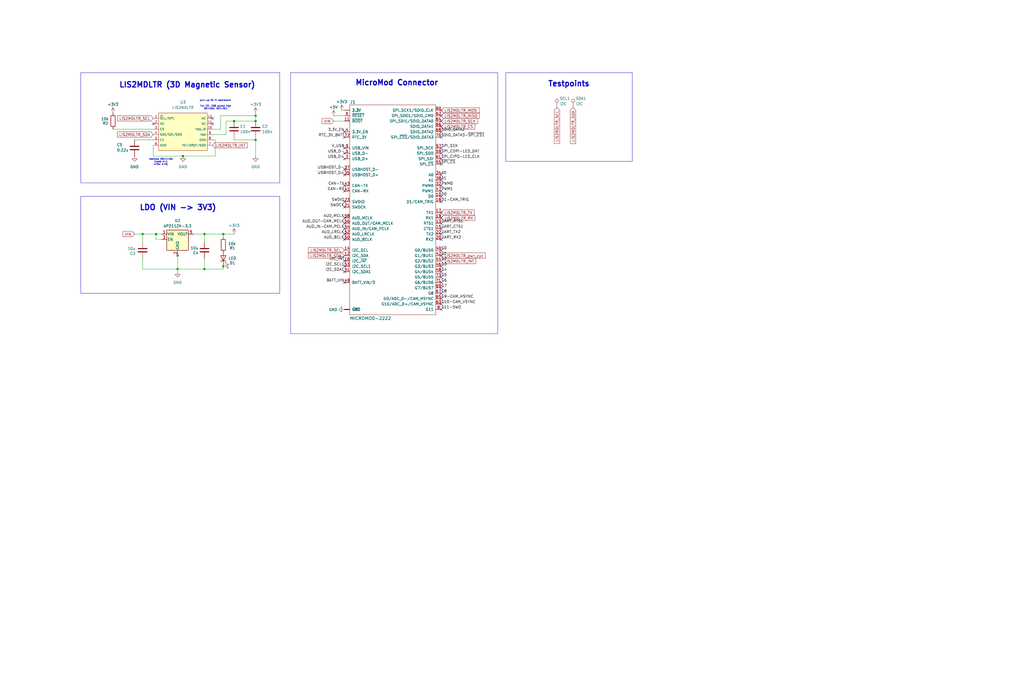
<source format=kicad_sch>
(kicad_sch (version 20250114) (generator "eeschema") (generator_version "9.0")
  (paper "User" 483.387 319.227)
  (lib_symbols
    (symbol "Connector:TestPoint" (pin_numbers (hide yes)) (pin_names (offset 0.762) (hide yes))
      (property "Reference" "TP" (at 0 6.858 0))
      (property "Value" "TestPoint" (at 0 5.08 0))
      (symbol "TestPoint_0_1"
        (circle (center 0 3.302) (radius 0.762))
      )
      (symbol "TestPoint_1_1"
        (pin passive line (at 0 0 90) (length 2.54) (name "1") (number "1"))
      )
    )
    (symbol "Device:C" (pin_numbers (hide yes)) (pin_names (offset 0.254))
      (property "Reference" "C" (at 0.635 2.54 0))
      (property "Value" "C" (at 0.635 -2.54 0))
      (symbol "C_0_1"
        (polyline (pts (xy -2.032 0.762) (xy 2.032 0.762)) (stroke (width 0.508)))
        (polyline (pts (xy -2.032 -0.762) (xy 2.032 -0.762)) (stroke (width 0.508)))
      )
      (symbol "C_1_1"
        (pin passive line (at 0 3.81 270) (length 2.794) (name "~") (number "1"))
        (pin passive line (at 0 -3.81 90) (length 2.794) (name "~") (number "2"))
      )
    )
    (symbol "Device:LED" (pin_numbers (hide yes)) (pin_names (offset 1.016) (hide yes))
      (property "Reference" "D" (at 0 2.54 0))
      (property "Value" "LED" (at 0 -2.54 0))
      (symbol "LED_0_1"
        (polyline (pts (xy -3.048 -0.762) (xy -4.572 -2.286) (xy -3.81 -2.286) (xy -4.572 -2.286) (xy -4.572 -1.524)))
        (polyline (pts (xy -1.778 -0.762) (xy -3.302 -2.286) (xy -2.54 -2.286) (xy -3.302 -2.286) (xy -3.302 -1.524)))
        (polyline (pts (xy -1.27 0) (xy 1.27 0)))
        (polyline (pts (xy -1.27 -1.27) (xy -1.27 1.27)) (stroke (width 0.254)))
        (polyline (pts (xy 1.27 -1.27) (xy 1.27 1.27) (xy -1.27 0) (xy 1.27 -1.27)) (stroke (width 0.254)))
      )
      (symbol "LED_1_1"
        (pin passive line (at -3.81 0 0) (length 2.54) (name "K") (number "1"))
        (pin passive line (at 3.81 0 180) (length 2.54) (name "A") (number "2"))
      )
    )
    (symbol "Device:R" (pin_numbers (hide yes)) (pin_names (offset 0))
      (property "Reference" "R" (at 2.032 0 90))
      (property "Value" "R" (at 0 0 90))
      (symbol "R_0_1"
        (rectangle (start -1.016 -2.54) (end 1.016 2.54) (stroke (width 0.254)))
      )
      (symbol "R_1_1"
        (pin passive line (at 0 3.81 270) (length 1.27) (name "~") (number "1"))
        (pin passive line (at 0 -3.81 90) (length 1.27) (name "~") (number "2"))
      )
    )
    (symbol "LIS2MDLTR:LIS2MDLTR"
      (property "Reference" "U3" (at 0 13.97 0))
      (property "Value" "LIS2MDLTR" (at 0 11.43 0))
      (symbol "LIS2MDLTR_0_1"
        (rectangle (start -11.43 8.89) (end 11.43 -8.89) (fill (type background)))
        (circle (center -10.16 7.62) (radius 0.381) (fill (type background)))
        (pin unspecified line (at -13.97 6.35 0) (length 2.54) (name "SCL/SPC") (number "1"))
        (pin unspecified line (at -13.97 3.81 0) (length 2.54) (name "NC") (number "2"))
        (pin unspecified line (at -13.97 1.27 0) (length 2.54) (name "CS") (number "3"))
        (pin unspecified line (at -13.97 -1.27 0) (length 2.54) (name "SDA/SDI/SDO") (number "4"))
        (pin unspecified line (at -13.97 -3.81 0) (length 2.54) (name "C1") (number "5"))
        (pin unspecified line (at -13.97 -6.35 0) (length 2.54) (name "GND") (number "6"))
        (pin unspecified line (at 13.97 6.35 180) (length 2.54) (name "NC") (number "12"))
        (pin unspecified line (at 13.97 3.81 180) (length 2.54) (name "NC") (number "11"))
        (pin unspecified line (at 13.97 1.27 180) (length 2.54) (name "Vdd_IO") (number "10"))
        (pin unspecified line (at 13.97 -1.27 180) (length 2.54) (name "Vdd") (number "9"))
        (pin unspecified line (at 13.97 -3.81 180) (length 2.54) (name "GND") (number "8"))
        (pin unspecified line (at 13.97 -6.35 180) (length 2.54) (name "INT/DRDY/SDO") (number "7"))
      )
    )
    (symbol "MicroMod_Processor_Board_(2):MICROMOD-2222" (pin_names (offset 1.016))
      (property "Reference" "J" (at -20.32 53.848 0))
      (property "Value" "MICROMOD-2222" (at -20.32 -48.26 0))
      (symbol "MICROMOD-2222_1_0"
        (polyline (pts (xy -20.32 53.34) (xy 20.32 53.34)))
        (polyline (pts (xy -20.32 -45.72) (xy -20.32 53.34)))
        (polyline (pts (xy 20.32 53.34) (xy 20.32 -45.72)))
        (polyline (pts (xy 20.32 -45.72) (xy -20.32 -45.72)))
        (pin bidirectional line (at -22.86 50.8 0) (length 2.54) (name "3.3V") (number "2"))
        (pin bidirectional line (at -22.86 50.8 0) (length 2.54) (name "3.3V") (number "74"))
        (pin bidirectional line (at -22.86 48.26 0) (length 2.54) (name "~{RESET}") (number "6"))
        (pin bidirectional line (at -22.86 45.72 0) (length 2.54) (name "~{BOOT}") (number "11"))
        (pin bidirectional line (at -22.86 40.64 0) (length 2.54) (name "3.3V_EN") (number "4"))
        (pin bidirectional line (at -22.86 38.1 0) (length 2.54) (name "RTC_3V") (number "72"))
        (pin bidirectional line (at -22.86 33.02 0) (length 2.54) (name "USB_VIN") (number "9"))
        (pin bidirectional line (at -22.86 30.48 0) (length 2.54) (name "USB_D-") (number "5"))
        (pin bidirectional line (at -22.86 27.94 0) (length 2.54) (name "USB_D+") (number "3"))
        (pin bidirectional line (at -22.86 22.86 0) (length 2.54) (name "USBHOST_D-") (number "37"))
        (pin bidirectional line (at -22.86 20.32 0) (length 2.54) (name "USBHOST_D+") (number "35"))
        (pin bidirectional line (at -22.86 15.24 0) (length 2.54) (name "CAN-TX") (number "43"))
        (pin bidirectional line (at -22.86 12.7 0) (length 2.54) (name "CAN-RX") (number "41"))
        (pin bidirectional line (at -22.86 7.62 0) (length 2.54) (name "SWDIO") (number "23"))
        (pin bidirectional line (at -22.86 5.08 0) (length 2.54) (name "SWDCK") (number "21"))
        (pin bidirectional line (at -22.86 0 0) (length 2.54) (name "AUD_MCLK") (number "58"))
        (pin bidirectional line (at -22.86 -2.54 0) (length 2.54) (name "AUD_OUT/CAM_MCLK") (number "56"))
        (pin bidirectional line (at -22.86 -5.08 0) (length 2.54) (name "AUD_IN/CAM_PCLK") (number "54"))
        (pin bidirectional line (at -22.86 -7.62 0) (length 2.54) (name "AUD_LRCLK") (number "52"))
        (pin bidirectional line (at -22.86 -10.16 0) (length 2.54) (name "AUD_BCLK") (number "50"))
        (pin bidirectional line (at -22.86 -15.24 0) (length 2.54) (name "I2C_SCL") (number "14"))
        (pin bidirectional line (at -22.86 -17.78 0) (length 2.54) (name "I2C_SDA") (number "12"))
        (pin bidirectional line (at -22.86 -20.32 0) (length 2.54) (name "I2C_~{INT}") (number "16"))
        (pin bidirectional line (at -22.86 -22.86 0) (length 2.54) (name "I2C_SCL1") (number "53"))
        (pin bidirectional line (at -22.86 -25.4 0) (length 2.54) (name "I2C_SDA1") (number "51"))
        (pin bidirectional line (at -22.86 -30.48 0) (length 2.54) (name "BATT_VIN/3") (number "49"))
        (pin bidirectional line (at -22.86 -43.18 0) (length 2.54) (name "GND") (number "1"))
        (pin bidirectional line (at -22.86 -43.18 0) (length 2.54) (name "GND") (number "33"))
        (pin bidirectional line (at -22.86 -43.18 0) (length 2.54) (name "GND") (number "36"))
        (pin bidirectional line (at -22.86 -43.18 0) (length 2.54) (name "GND") (number "39"))
        (pin bidirectional line (at -22.86 -43.18 0) (length 2.54) (name "GND") (number "45"))
        (pin bidirectional line (at -22.86 -43.18 0) (length 2.54) (name "GND") (number "7"))
        (pin bidirectional line (at -22.86 -43.18 0) (length 2.54) (name "GND") (number "75"))
        (pin bidirectional line (at -22.86 -43.18 0) (length 2.54) (name "GND") (number "GND1"))
        (pin bidirectional line (at -22.86 -43.18 0) (length 2.54) (name "GND") (number "GND2"))
        (pin bidirectional line (at -22.86 -43.18 0) (length 2.54) (name "GND") (number "GND3"))
        (pin bidirectional line (at 22.86 50.8 180) (length 2.54) (name "SPI_SCK1/SDIO_CLK") (number "60"))
        (pin bidirectional line (at 22.86 48.26 180) (length 2.54) (name "SPI_SDO1/SDIO_CMD") (number "62"))
        (pin bidirectional line (at 22.86 45.72 180) (length 2.54) (name "SPI_SDI1/SDIO_DATA0") (number "64"))
        (pin bidirectional line (at 22.86 43.18 180) (length 2.54) (name "SDIO_DATA1") (number "66"))
        (pin bidirectional line (at 22.86 40.64 180) (length 2.54) (name "SDIO_DATA2") (number "68"))
        (pin bidirectional line (at 22.86 38.1 180) (length 2.54) (name "SPI_~{CS1}/SDIO_DATA3") (number "70"))
        (pin bidirectional line (at 22.86 33.02 180) (length 2.54) (name "SPI_SCK") (number "57"))
        (pin bidirectional line (at 22.86 30.48 180) (length 2.54) (name "SPI_SDO") (number "59"))
        (pin bidirectional line (at 22.86 27.94 180) (length 2.54) (name "SPI_SDI") (number "61"))
        (pin bidirectional line (at 22.86 25.4 180) (length 2.54) (name "SPI_~{CS}") (number "55"))
        (pin bidirectional line (at 22.86 20.32 180) (length 2.54) (name "A0") (number "34"))
        (pin bidirectional line (at 22.86 17.78 180) (length 2.54) (name "A1") (number "38"))
        (pin bidirectional line (at 22.86 15.24 180) (length 2.54) (name "PWM0") (number "32"))
        (pin bidirectional line (at 22.86 12.7 180) (length 2.54) (name "PWM1") (number "47"))
        (pin bidirectional line (at 22.86 10.16 180) (length 2.54) (name "D0") (number "10"))
        (pin bidirectional line (at 22.86 7.62 180) (length 2.54) (name "D1/CAM_TRIG") (number "18"))
        (pin bidirectional line (at 22.86 2.54 180) (length 2.54) (name "TX1") (number "17"))
        (pin bidirectional line (at 22.86 0 180) (length 2.54) (name "RX1") (number "19"))
        (pin bidirectional line (at 22.86 -2.54 180) (length 2.54) (name "RTS1") (number "13"))
        (pin bidirectional line (at 22.86 -5.08 180) (length 2.54) (name "CTS1") (number "15"))
        (pin bidirectional line (at 22.86 -7.62 180) (length 2.54) (name "TX2") (number "22"))
        (pin bidirectional line (at 22.86 -10.16 180) (length 2.54) (name "RX2") (number "20"))
        (pin bidirectional line (at 22.86 -15.24 180) (length 2.54) (name "G0/BUS0") (number "40"))
        (pin bidirectional line (at 22.86 -17.78 180) (length 2.54) (name "G1/BUS1") (number "42"))
        (pin bidirectional line (at 22.86 -20.32 180) (length 2.54) (name "G2/BUS2") (number "44"))
        (pin bidirectional line (at 22.86 -22.86 180) (length 2.54) (name "G3/BUS3") (number "46"))
        (pin bidirectional line (at 22.86 -25.4 180) (length 2.54) (name "G4/BUS4") (number "48"))
        (pin bidirectional line (at 22.86 -27.94 180) (length 2.54) (name "G5/BUS5") (number "73"))
        (pin bidirectional line (at 22.86 -30.48 180) (length 2.54) (name "G6/BUS6") (number "71"))
        (pin bidirectional line (at 22.86 -33.02 180) (length 2.54) (name "G7/BUS7") (number "69"))
        (pin bidirectional line (at 22.86 -35.56 180) (length 2.54) (name "G8") (number "67"))
        (pin bidirectional line (at 22.86 -38.1 180) (length 2.54) (name "G9/ADC_D-/CAM_HSYNC") (number "65"))
        (pin bidirectional line (at 22.86 -40.64 180) (length 2.54) (name "G10/ADC_D+/CAM_VSYNC") (number "63"))
        (pin bidirectional line (at 22.86 -43.18 180) (length 2.54) (name "G11") (number "8"))
      )
    )
    (symbol "Regulator_Linear:AP2112K-3.3" (pin_names (offset 0.254))
      (property "Reference" "U" (at -5.08 5.715 0))
      (property "Value" "AP2112K-3.3" (at 0 5.715 0))
      (symbol "AP2112K-3.3_0_1"
        (rectangle (start -5.08 4.445) (end 5.08 -5.08) (stroke (width 0.254)) (fill (type background)))
      )
      (symbol "AP2112K-3.3_1_1"
        (pin power_in line (at -7.62 2.54 0) (length 2.54) (name "VIN") (number "1"))
        (pin input line (at -7.62 0 0) (length 2.54) (name "EN") (number "3"))
        (pin power_in line (at 0 -7.62 90) (length 2.54) (name "GND") (number "2"))
        (pin no_connect line (at 5.08 0 180) (length 2.54) (hide yes) (name "NC") (number "4"))
        (pin power_out line (at 7.62 2.54 180) (length 2.54) (name "VOUT") (number "5"))
      )
    )
    (symbol "power:+3V3" (power) (pin_numbers (hide yes)) (pin_names (offset 0) (hide yes))
      (property "Value" "+3V3" (at 0 3.556 0))
      (symbol "+3V3_0_1"
        (polyline (pts (xy -0.762 1.27) (xy 0 2.54)))
        (polyline (pts (xy 0 2.54) (xy 0.762 1.27)))
        (polyline (pts (xy 0 0) (xy 0 2.54)))
      )
      (symbol "+3V3_1_1"
        (pin power_in line (at 0 0 90) (length 0) (name "~") (number "1"))
      )
    )
    (symbol "power:GND" (power) (pin_numbers (hide yes)) (pin_names (offset 0) (hide yes))
      (property "Value" "GND" (at 0 -3.81 0))
      (symbol "GND_0_1"
        (polyline (pts (xy 0 0) (xy 0 -1.27) (xy 1.27 -1.27) (xy 0 -2.54) (xy -1.27 -1.27) (xy 0 -1.27)))
      )
      (symbol "GND_1_1"
        (pin power_in line (at 0 0 270) (length 0) (name "~") (number "1"))
      )
    )
  )
  (rectangle (start 38.1 34.29) (end 132.08 86.36))
  (rectangle (start 137.16 34.29) (end 234.95 157.48))
  (rectangle (start 238.76 34.29) (end 298.45 76.2))
  (rectangle (start 38.1 92.71) (end 132.08 138.43))
  (text "pull-up Rs in backboard" (at 101.6 47.498 0) (effects (font (size 0.762 0.762))))
  (text "LDO (VIN -> 3V3)" (at 65.786 99.568 0) (effects (font (size 2.54 2.54) (thickness 0.508) (bold yes)) (justify left bottom)))
  (text "Address: 0011110b\n(read: b=1\nwrite: b=0)" (at 75.946 76.454 0) (effects (font (size 0.762 0.762))))
  (text "MicroMod Connector" (at 167.64 40.64 0) (effects (font (size 2.54 2.54) (thickness 0.508) (bold yes)) (justify left bottom)))
  (text "LIS2MDLTR (3D Magnetic Sensor)" (at 56.134 41.656 0) (effects (font (size 2.54 2.54) (thickness 0.508) (bold yes)) (justify left bottom)))
  (text "For I2C, CSB pulled high\nSDI=SDA, SCK=SCL" (at 101.854 50.8 0) (effects (font (size 0.762 0.762))))
  (text "Testpoints" (at 258.572 41.148 0) (effects (font (size 2.54 2.54) (thickness 0.508) (bold yes)) (justify left bottom)))
  (junction (at 120.65 66.04))
  (junction (at 83.82 127))
  (junction (at 73.66 110.49))
  (junction (at 96.52 127))
  (junction (at 67.31 110.49))
  (junction (at 105.41 125.73))
  (junction (at 120.65 57.15))
  (junction (at 105.41 110.49))
  (junction (at 83.82 120.65))
  (junction (at 86.36 73.66))
  (junction (at 120.65 54.61))
  (junction (at 110.49 57.15))
  (junction (at 96.52 110.49))
  (no_connect (at 208.28 62.23))
  (no_connect (at 208.28 135.89))
  (no_connect (at 72.39 58.42))
  (no_connect (at 208.28 90.17))
  (no_connect (at 208.28 69.85))
  (no_connect (at 208.28 138.43))
  (no_connect (at 208.28 120.65))
  (no_connect (at 208.28 77.47))
  (no_connect (at 208.28 92.71))
  (no_connect (at 208.28 143.51))
  (no_connect (at 208.28 64.77))
  (no_connect (at 208.28 74.93))
  (no_connect (at 162.56 82.55))
  (no_connect (at 162.56 97.79))
  (no_connect (at 162.56 110.49))
  (no_connect (at 208.28 105.41))
  (no_connect (at 208.28 107.95))
  (no_connect (at 162.56 90.17))
  (no_connect (at 162.56 62.23))
  (no_connect (at 208.28 140.97))
  (no_connect (at 208.28 125.73))
  (no_connect (at 208.28 82.55))
  (no_connect (at 162.56 95.25))
  (no_connect (at 208.28 100.33))
  (no_connect (at 100.33 58.42))
  (no_connect (at 208.28 130.81))
  (no_connect (at 162.56 133.35))
  (no_connect (at 162.56 87.63))
  (no_connect (at 162.56 72.39))
  (no_connect (at 162.56 69.85))
  (no_connect (at 208.28 85.09))
  (no_connect (at 208.28 113.03))
  (no_connect (at 162.56 113.03))
  (no_connect (at 208.28 118.11))
  (no_connect (at 100.33 55.88))
  (no_connect (at 208.28 102.87))
  (no_connect (at 162.56 128.27))
  (no_connect (at 208.28 57.15))
  (no_connect (at 208.28 87.63))
  (no_connect (at 162.56 107.95))
  (no_connect (at 162.56 105.41))
  (no_connect (at 162.56 74.93))
  (no_connect (at 208.28 95.25))
  (no_connect (at 162.56 125.73))
  (no_connect (at 208.28 110.49))
  (no_connect (at 208.28 54.61))
  (no_connect (at 208.28 52.07))
  (no_connect (at 208.28 146.05))
  (no_connect (at 162.56 80.01))
  (no_connect (at 208.28 72.39))
  (no_connect (at 208.28 133.35))
  (no_connect (at 208.28 59.69))
  (no_connect (at 208.28 128.27))
  (no_connect (at 162.56 123.19))
  (no_connect (at 162.56 64.77))
  (no_connect (at 162.56 102.87))
  (wire (pts (xy 63.5 110.49) (xy 67.31 110.49)))
  (wire (pts (xy 67.31 121.92) (xy 67.31 127)))
  (wire (pts (xy 101.6 66.04) (xy 100.33 66.04)))
  (wire (pts (xy 105.41 110.49) (xy 110.49 110.49)))
  (wire (pts (xy 120.65 66.04) (xy 120.65 73.66)))
  (wire (pts (xy 86.36 73.66) (xy 101.6 73.66)))
  (wire (pts (xy 96.52 114.3) (xy 96.52 110.49)))
  (wire (pts (xy 105.41 111.76) (xy 105.41 110.49)))
  (wire (pts (xy 161.29 52.07) (xy 162.56 52.07)))
  (wire (pts (xy 73.66 110.49) (xy 76.2 110.49)))
  (wire (pts (xy 86.36 73.66) (xy 72.39 73.66)))
  (wire (pts (xy 105.41 124.46) (xy 105.41 125.73)))
  (wire (pts (xy 83.82 128.27) (xy 83.82 127)))
  (wire (pts (xy 104.14 54.61) (xy 120.65 54.61)))
  (wire (pts (xy 105.41 118.11) (xy 105.41 119.38)))
  (wire (pts (xy 67.31 127) (xy 83.82 127)))
  (wire (pts (xy 120.65 64.77) (xy 120.65 66.04)))
  (wire (pts (xy 100.33 63.5) (xy 106.68 63.5)))
  (wire (pts (xy 96.52 121.92) (xy 96.52 127)))
  (wire (pts (xy 105.41 127) (xy 96.52 127)))
  (wire (pts (xy 101.6 73.66) (xy 101.6 66.04)))
  (wire (pts (xy 96.52 127) (xy 83.82 127)))
  (wire (pts (xy 72.39 73.66) (xy 72.39 68.58)))
  (wire (pts (xy 120.65 53.34) (xy 120.65 54.61)))
  (wire (pts (xy 53.34 60.96) (xy 72.39 60.96)))
  (wire (pts (xy 120.65 57.15) (xy 120.65 59.69)))
  (wire (pts (xy 110.49 66.04) (xy 120.65 66.04)))
  (wire (pts (xy 110.49 57.15) (xy 120.65 57.15)))
  (wire (pts (xy 67.31 110.49) (xy 73.66 110.49)))
  (wire (pts (xy 100.33 60.96) (xy 104.14 60.96)))
  (wire (pts (xy 110.49 57.15) (xy 110.49 59.69)))
  (wire (pts (xy 105.41 125.73) (xy 105.41 127)))
  (wire (pts (xy 106.68 63.5) (xy 106.68 57.15)))
  (wire (pts (xy 73.66 113.03) (xy 73.66 110.49)))
  (wire (pts (xy 76.2 113.03) (xy 73.66 113.03)))
  (wire (pts (xy 67.31 114.3) (xy 67.31 110.49)))
  (wire (pts (xy 83.82 119.38) (xy 83.82 120.65)))
  (wire (pts (xy 120.65 54.61) (xy 120.65 57.15)))
  (wire (pts (xy 63.5 66.04) (xy 72.39 66.04)))
  (wire (pts (xy 157.48 57.15) (xy 162.56 57.15)))
  (wire (pts (xy 83.82 120.65) (xy 83.82 127)))
  (wire (pts (xy 110.49 64.77) (xy 110.49 66.04)))
  (wire (pts (xy 105.41 110.49) (xy 96.52 110.49)))
  (wire (pts (xy 104.14 60.96) (xy 104.14 54.61)))
  (wire (pts (xy 157.48 54.61) (xy 162.56 54.61)))
  (wire (pts (xy 96.52 110.49) (xy 91.44 110.49)))
  (wire (pts (xy 106.68 57.15) (xy 110.49 57.15)))
  (label "SWDIO" (at 162.56 95.25 180))
  (label "SPI_SCK" (at 208.28 69.85 0))
  (label "I2C_~{INT}" (at 162.56 123.19 180))
  (label "CAN-RX" (at 162.56 90.17 180))
  (label "A0" (at 208.28 82.55 0))
  (label "CAN-TX" (at 162.56 87.63 180))
  (label "G11-SWO" (at 208.28 146.05 0))
  (label "G8" (at 208.28 138.43 0))
  (label "G0" (at 208.28 118.11 0))
  (label "~{SPI_CS}" (at 208.28 77.47 0))
  (label "G5" (at 208.28 130.81 0))
  (label "USB_D-" (at 162.56 72.39 180))
  (label "UART_TX2" (at 208.28 110.49 0))
  (label "G3" (at 208.28 125.73 0))
  (label "G2" (at 208.28 123.19 0))
  (label "I2C_SDA1" (at 162.56 128.27 180))
  (label "G1" (at 208.28 120.65 0))
  (label "D0" (at 208.28 92.71 0))
  (label "SPI_CIPO-LED_CLK" (at 208.28 74.93 0))
  (label "SDIO_DATA2" (at 208.28 62.23 0))
  (label "G4" (at 208.28 128.27 0))
  (label "I2C_SCL1" (at 162.56 125.73 180))
  (label "USBHOST_D-" (at 162.56 80.01 180))
  (label "AUD_BCLK" (at 162.56 113.03 180))
  (label "UART_CTS1" (at 208.28 107.95 0))
  (label "SPI_COPI-LED_DAT" (at 208.28 72.39 0))
  (label "AUD_MCLK" (at 162.56 102.87 180))
  (label "PWM1" (at 208.28 90.17 0))
  (label "USB_D+" (at 162.56 74.93 180))
  (label "V_USB" (at 162.56 69.85 180))
  (label "G7" (at 208.28 135.89 0))
  (label "G9-CAM_HSYNC" (at 208.28 140.97 0))
  (label "SWDCK" (at 162.56 97.79 180))
  (label "USBHOST_D+" (at 162.56 82.55 180))
  (label "SDIO_DATA3-~{SPI_CS1}" (at 208.28 64.77 0))
  (label "AUD_OUT-CAM_MCLK" (at 162.56 105.41 180))
  (label "RTC_3V_BATT" (at 162.56 64.77 180))
  (label "BATT_VIN" (at 162.56 133.35 180))
  (label "UART_RX2" (at 208.28 113.03 0))
  (label "UART_RTS1" (at 208.28 105.41 0))
  (label "A1" (at 208.28 85.09 0))
  (label "AUD_LRCLK" (at 162.56 110.49 180))
  (label "G10-CAM_VSYNC" (at 208.28 143.51 0))
  (label "PWM0" (at 208.28 87.63 0))
  (label "3.3V_EN" (at 162.56 62.23 180))
  (label "D1-CAM_TRIG" (at 208.28 95.25 0))
  (label "AUD_IN-CAM_PCLK" (at 162.56 107.95 180))
  (label "G6" (at 208.28 133.35 0))
  (global_label "LIS2MDLTR_MOSI" (shape input) (at 208.28 52.07 0) (property "Intersheetrefs" "${INTERSHEET_REFS}" (effects (hide yes))))
  (global_label "LIS2MDLTR_SCK" (shape input) (at 208.28 57.15 0) (property "Intersheetrefs" "${INTERSHEET_REFS}" (effects (hide yes))))
  (global_label "LIS2MDLTR_CS" (shape input) (at 208.28 59.69 0) (property "Intersheetrefs" "${INTERSHEET_REFS}" (effects (hide yes))))
  (global_label "LIS2MDLTR_RX" (shape input) (at 208.28 102.87 0) (property "Intersheetrefs" "${INTERSHEET_REFS}" (effects (hide yes))))
  (global_label "LIS2MDLTR_TX" (shape input) (at 208.28 100.33 0) (property "Intersheetrefs" "${INTERSHEET_REFS}" (effects (hide yes))))
  (global_label "VIN" (shape input) (at 63.5 110.49 180) (property "Intersheetrefs" "${INTERSHEET_REFS}" (effects (hide yes))))
  (global_label "LIS2MDLTR_INT" (shape input) (at 208.28 123.19 0) (property "Intersheetrefs" "${INTERSHEET_REFS}" (effects (hide yes))))
  (global_label "LIS2MDLTR_pwr_cyc" (shape input) (at 208.28 120.65 0) (property "Intersheetrefs" "${INTERSHEET_REFS}" (effects (hide yes))))
  (global_label "LIS2MDLTR_INT" (shape input) (at 100.33 68.58 0) (property "Intersheetrefs" "${INTERSHEET_REFS}" (effects (hide yes))))
  (global_label "LIS2MDLTR_SDA" (shape input) (at 270.51 50.8 270) (property "Intersheetrefs" "${INTERSHEET_REFS}" (effects (hide yes))))
  (global_label "LIS2MDLTR_SCL" (shape input) (at 162.56 118.11 180) (property "Intersheetrefs" "${INTERSHEET_REFS}" (effects (hide yes))))
  (global_label "LIS2MDLTR_MISO" (shape input) (at 208.28 54.61 0) (property "Intersheetrefs" "${INTERSHEET_REFS}" (effects (hide yes))))
  (global_label "LIS2MDLTR_SCL" (shape input) (at 262.89 50.8 270) (property "Intersheetrefs" "${INTERSHEET_REFS}" (effects (hide yes))))
  (global_label "LIS2MDLTR_SDA" (shape input) (at 72.39 63.5 180) (property "Intersheetrefs" "${INTERSHEET_REFS}" (effects (hide yes))))
  (global_label "LIS2MDLTR_SDA" (shape input) (at 162.56 120.65 180) (property "Intersheetrefs" "${INTERSHEET_REFS}" (effects (hide yes))))
  (global_label "LIS2MDLTR_SCL" (shape input) (at 72.39 55.88 180) (property "Intersheetrefs" "${INTERSHEET_REFS}" (effects (hide yes))))
  (global_label "VIN" (shape input) (at 157.48 57.15 180) (property "Intersheetrefs" "${INTERSHEET_REFS}" (effects (hide yes))))
  (symbol (lib_id "MicroMod_Processor_Board_(2):MICROMOD-2222") (at 185.42 102.87 0) (unit 1)
    (property "Reference" "J1" (at 165.1 49.022 0) (effects (font (size 1.4986 1.4986)) (justify left bottom)))
    (property "Value" "MICROMOD-2222" (at 165.1 151.13 0) (effects (font (size 1.4986 1.4986)) (justify left bottom)))
    (property "Footprint" "SparkFun_MicroMod_ESP32:M.2-CARD-E-22" (effects (hide yes)))
  )
  (symbol (lib_id "power:GND") (at 162.56 146.05 270) (unit 1)
    (property "Reference" "#PWR0101" (effects (hide yes)))
    (property "Value" "GND" (at 159.3088 146.177 90) (effects (justify right)))
  )
  (symbol (lib_id "Device:C") (at 96.52 118.11 0) (unit 1)
    (property "Reference" "C4" (at 93.726 119.38 0) (effects (justify right)))
    (property "Value" "10u" (at 93.726 117.094 0) (effects (justify right)))
    (property "Footprint" "Capacitor_SMD:C_1206_3216Metric" (effects (hide yes)))
    (property "Description" "Unpolarized capacitor" (effects (hide yes)))
  )
  (symbol (lib_id "Device:R") (at 105.41 115.57 0) (unit 1)
    (property "Reference" "R1" (at 109.728 117.094 0))
    (property "Value" "10k" (at 109.474 115.062 0))
    (property "Footprint" "Resistor_SMD:R_0603_1608Metric" (effects (hide yes)))
    (property "Description" "Resistor" (effects (hide yes)))
  )
  (symbol (lib_id "power:+3V3") (at 110.49 110.49 0) (mirror y) (unit 1)
    (property "Reference" "#PWR047" (effects (hide yes)))
    (property "Value" "+3V3" (at 110.49 106.426 0))
    (property "Description" "Power symbol creates a global label with name \"+3V3\"" (effects (hide yes)))
  )
  (symbol (lib_id "power:+3V3") (at 53.34 53.34 0) (mirror y) (unit 1)
    (property "Reference" "#PWR051" (effects (hide yes)))
    (property "Value" "+3V3" (at 53.34 49.276 0))
    (property "Description" "Power symbol creates a global label with name \"+3V3\"" (effects (hide yes)))
  )
  (symbol (lib_id "Connector:TestPoint") (at 262.89 50.8 0) (unit 1)
    (property "Reference" "SCL1" (at 264.16 46.482 0) (effects (justify left)))
    (property "Value" "I2C" (at 264.16 49.022 0) (effects (justify left)))
    (property "Footprint" "TestPoint:TestPoint_Pad_D1.0mm" (effects (hide yes)))
    (property "Description" "test point" (effects (hide yes)))
  )
  (symbol (lib_id "Device:C") (at 63.5 69.85 0) (unit 1)
    (property "Reference" "C5" (at 55.118 68.326 0) (effects (justify left)))
    (property "Value" "0.22u" (at 55.118 70.866 0) (effects (justify left)))
    (property "Footprint" "Capacitor_SMD:C_0402_1005Metric" (effects (hide yes)))
    (property "Description" "Unpolarized capacitor" (effects (hide yes)))
  )
  (symbol (lib_id "power:GND") (at 83.82 128.27 0) (unit 1)
    (property "Reference" "#PWR04" (effects (hide yes)))
    (property "Value" "GND" (at 83.82 133.35 0))
    (property "Description" "Power symbol creates a global label with name \"GND\" , ground" (effects (hide yes)))
  )
  (symbol (lib_id "power:+3V3") (at 157.48 54.61 0) (mirror y) (unit 1)
    (property "Reference" "#PWR061" (effects (hide yes)))
    (property "Value" "+5V" (at 157.48 50.546 0))
    (property "Description" "Power symbol creates a global label with name \"+3V3\"" (effects (hide yes)))
  )
  (symbol (lib_id "LIS2MDLTR:LIS2MDLTR") (at 86.36 62.23 0) (unit 1)
    (property "Reference" "U3" (at 86.36 48.26 0))
    (property "Value" "LIS2MDLTR" (at 86.36 50.8 0))
    (property "Footprint" "LIS2MDLTR:LGA-12_L2.0-W2.0-P0.50-BL" (effects (hide yes)))
    (property "Datasheet" "https://so.szlcsc.com/global.html?c=&k=C915682" (effects (hide yes)))
    (property "LCSC" "C919695" (effects (hide yes)))
  )
  (symbol (lib_id "power:+3V3") (at 120.65 53.34 0) (mirror y) (unit 1)
    (property "Reference" "#PWR050" (effects (hide yes)))
    (property "Value" "+3V3" (at 120.65 49.276 0))
    (property "Description" "Power symbol creates a global label with name \"+3V3\"" (effects (hide yes)))
  )
  (symbol (lib_id "power:GND") (at 86.36 73.66 0) (unit 1)
    (property "Reference" "#PWR03" (effects (hide yes)))
    (property "Value" "GND" (at 86.36 78.74 0))
    (property "Description" "Power symbol creates a global label with name \"GND\" , ground" (effects (hide yes)))
  )
  (symbol (lib_id "Device:C") (at 110.49 60.96 0) (unit 1)
    (property "Reference" "C1" (at 113.284 59.69 0) (effects (justify left)))
    (property "Value" "100n" (at 113.284 62.23 0) (effects (justify left)))
    (property "Footprint" "Capacitor_SMD:C_0402_1005Metric" (effects (hide yes)))
    (property "Description" "Unpolarized capacitor" (effects (hide yes)))
  )
  (symbol (lib_id "Connector:TestPoint") (at 270.51 50.8 0) (unit 1)
    (property "Reference" "SDA1" (at 271.78 46.482 0) (effects (justify left)))
    (property "Value" "I2C" (at 271.78 49.022 0) (effects (justify left)))
    (property "Footprint" "TestPoint:TestPoint_Pad_D1.0mm" (effects (hide yes)))
    (property "Description" "test point" (effects (hide yes)))
  )
  (symbol (lib_id "Regulator_Linear:AP2112K-3.3") (at 83.82 113.03 0) (unit 1)
    (property "Reference" "U2" (at 83.82 104.14 0))
    (property "Value" "AP2112K-3.3" (at 83.82 106.68 0))
    (property "Footprint" "Package_TO_SOT_SMD:SOT-23-5" (effects (hide yes)))
    (property "Datasheet" "https://www.diodes.com/assets/Datasheets/AP2112.pdf" (effects (hide yes)))
    (property "Description" "600mA low dropout linear regulator, with enable pin, 3.8V-6V input voltage range, 3.3V fixed positive output, SOT-23-5" (effects (hide yes)))
  )
  (symbol (lib_id "Device:LED") (at 105.41 121.92 90) (unit 1)
    (property "Reference" "D1" (at 109.728 124.1425 90))
    (property "Value" "LED" (at 109.728 121.92 90))
    (property "Footprint" "LED_SMD:LED_0603_1608Metric" (effects (hide yes)))
    (property "Description" "Light emitting diode" (effects (hide yes)))
    (property "Sim.Pins" "1=K 2=A" (effects (hide yes)))
  )
  (symbol (lib_id "Device:C") (at 120.65 60.96 0) (unit 1)
    (property "Reference" "C2" (at 123.698 59.69 0) (effects (justify left)))
    (property "Value" "100n" (at 123.698 62.23 0) (effects (justify left)))
    (property "Footprint" "Capacitor_SMD:C_0402_1005Metric" (effects (hide yes)))
    (property "Description" "Unpolarized capacitor" (effects (hide yes)))
  )
  (symbol (lib_id "Device:C") (at 67.31 118.11 0) (unit 1)
    (property "Reference" "C3" (at 64.008 119.634 0) (effects (justify right)))
    (property "Value" "10u" (at 64.008 117.348 0) (effects (justify right)))
    (property "Footprint" "Capacitor_SMD:C_1206_3216Metric" (effects (hide yes)))
    (property "Description" "Unpolarized capacitor" (effects (hide yes)))
  )
  (symbol (lib_id "power:GND") (at 63.5 73.66 0) (unit 1)
    (property "Reference" "#PWR07" (effects (hide yes)))
    (property "Value" "GND" (at 63.5 78.74 0))
    (property "Description" "Power symbol creates a global label with name \"GND\" , ground" (effects (hide yes)))
  )
  (symbol (lib_id "power:GND") (at 120.65 73.66 0) (unit 1)
    (property "Reference" "#PWR06" (effects (hide yes)))
    (property "Value" "GND" (at 120.65 78.74 0))
    (property "Description" "Power symbol creates a global label with name \"GND\" , ground" (effects (hide yes)))
  )
  (symbol (lib_id "Device:R") (at 53.34 57.15 0) (unit 1)
    (property "Reference" "R2" (at 49.784 58.166 0))
    (property "Value" "10k" (at 49.53 56.134 0))
    (property "Footprint" "Resistor_SMD:R_0402_1005Metric" (effects (hide yes)))
    (property "Description" "Resistor" (effects (hide yes)))
  )
  (symbol (lib_id "power:+3V3") (at 161.29 52.07 0) (mirror y) (unit 1)
    (property "Reference" "#PWR046" (effects (hide yes)))
    (property "Value" "+3V3" (at 161.29 48.006 0))
    (property "Description" "Power symbol creates a global label with name \"+3V3\"" (effects (hide yes)))
  )
)
</source>
